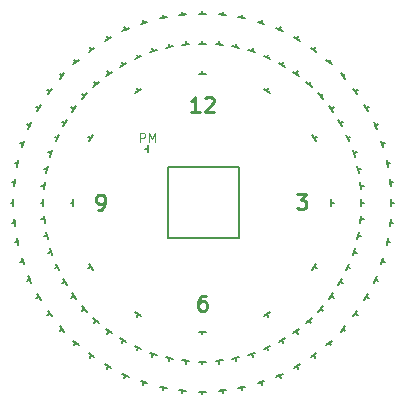
<source format=gto>
G04 #@! TF.FileFunction,Legend,Top*
%FSLAX46Y46*%
G04 Gerber Fmt 4.6, Leading zero omitted, Abs format (unit mm)*
G04 Created by KiCad (PCBNEW 4.0.6) date 02/04/18 20:59:17*
%MOMM*%
%LPD*%
G01*
G04 APERTURE LIST*
%ADD10C,0.100000*%
%ADD11C,0.254000*%
%ADD12C,0.150000*%
G04 APERTURE END LIST*
D10*
X93275000Y-106309286D02*
X93275000Y-105559286D01*
X93560715Y-105559286D01*
X93632143Y-105595000D01*
X93667858Y-105630714D01*
X93703572Y-105702143D01*
X93703572Y-105809286D01*
X93667858Y-105880714D01*
X93632143Y-105916429D01*
X93560715Y-105952143D01*
X93275000Y-105952143D01*
X94025000Y-106309286D02*
X94025000Y-105559286D01*
X94275000Y-106095000D01*
X94525000Y-105559286D01*
X94525000Y-106309286D01*
D11*
X89687829Y-112065157D02*
X89930001Y-112065157D01*
X90051086Y-112004614D01*
X90111629Y-111944071D01*
X90232715Y-111762443D01*
X90293258Y-111520271D01*
X90293258Y-111035929D01*
X90232715Y-110914843D01*
X90172172Y-110854300D01*
X90051086Y-110793757D01*
X89808915Y-110793757D01*
X89687829Y-110854300D01*
X89627286Y-110914843D01*
X89566743Y-111035929D01*
X89566743Y-111338643D01*
X89627286Y-111459729D01*
X89687829Y-111520271D01*
X89808915Y-111580814D01*
X90051086Y-111580814D01*
X90172172Y-111520271D01*
X90232715Y-111459729D01*
X90293258Y-111338643D01*
X98812172Y-119323757D02*
X98570001Y-119323757D01*
X98448915Y-119384300D01*
X98388372Y-119444843D01*
X98267286Y-119626471D01*
X98206743Y-119868643D01*
X98206743Y-120352986D01*
X98267286Y-120474071D01*
X98327829Y-120534614D01*
X98448915Y-120595157D01*
X98691086Y-120595157D01*
X98812172Y-120534614D01*
X98872715Y-120474071D01*
X98933258Y-120352986D01*
X98933258Y-120050271D01*
X98872715Y-119929186D01*
X98812172Y-119868643D01*
X98691086Y-119808100D01*
X98448915Y-119808100D01*
X98327829Y-119868643D01*
X98267286Y-119929186D01*
X98206743Y-120050271D01*
X106546201Y-110743757D02*
X107333258Y-110743757D01*
X106909458Y-111228100D01*
X107091086Y-111228100D01*
X107212172Y-111288643D01*
X107272715Y-111349186D01*
X107333258Y-111470271D01*
X107333258Y-111772986D01*
X107272715Y-111894071D01*
X107212172Y-111954614D01*
X107091086Y-112015157D01*
X106727829Y-112015157D01*
X106606743Y-111954614D01*
X106546201Y-111894071D01*
X98307829Y-103785157D02*
X97581314Y-103785157D01*
X97944572Y-103785157D02*
X97944572Y-102513757D01*
X97823486Y-102695386D01*
X97702400Y-102816471D01*
X97581314Y-102877014D01*
X98792171Y-102634843D02*
X98852714Y-102574300D01*
X98973800Y-102513757D01*
X99276514Y-102513757D01*
X99397600Y-102574300D01*
X99458143Y-102634843D01*
X99518686Y-102755929D01*
X99518686Y-102877014D01*
X99458143Y-103058643D01*
X98731629Y-103785157D01*
X99518686Y-103785157D01*
D12*
X103751192Y-101841271D02*
X104270808Y-102141271D01*
X104270808Y-102141271D02*
X104011000Y-101991271D01*
X104011000Y-101991271D02*
X104136000Y-101774765D01*
X98250000Y-100528000D02*
X98850000Y-100528000D01*
X98850000Y-100528000D02*
X98550000Y-100528000D01*
X98550000Y-100528000D02*
X98550000Y-100278000D01*
X92829192Y-102141271D02*
X93348808Y-101841271D01*
X93348808Y-101841271D02*
X93089000Y-101991271D01*
X93089000Y-101991271D02*
X92964000Y-101774765D01*
X88941271Y-106248808D02*
X89241271Y-105729192D01*
X89241271Y-105729192D02*
X89091271Y-105989000D01*
X89091271Y-105989000D02*
X88874765Y-105864000D01*
X87628000Y-111750000D02*
X87628000Y-111150000D01*
X87628000Y-111150000D02*
X87628000Y-111450000D01*
X87628000Y-111450000D02*
X87378000Y-111450000D01*
X89241271Y-117170807D02*
X88941271Y-116651191D01*
X88941271Y-116651191D02*
X89091271Y-116910999D01*
X89091271Y-116910999D02*
X88874765Y-117035999D01*
X93348809Y-121058729D02*
X92829193Y-120758729D01*
X92829193Y-120758729D02*
X93089001Y-120908729D01*
X93089001Y-120908729D02*
X92964001Y-121125235D01*
X98850000Y-122372000D02*
X98250000Y-122372000D01*
X98250000Y-122372000D02*
X98550000Y-122372000D01*
X98550000Y-122372000D02*
X98550000Y-122622000D01*
X104270808Y-120758729D02*
X103751192Y-121058729D01*
X103751192Y-121058729D02*
X104011000Y-120908729D01*
X104011000Y-120908729D02*
X104136000Y-121125235D01*
X108158729Y-116651191D02*
X107858729Y-117170807D01*
X107858729Y-117170807D02*
X108008729Y-116910999D01*
X108008729Y-116910999D02*
X108225235Y-117035999D01*
X109472000Y-111150000D02*
X109472000Y-111750000D01*
X109472000Y-111750000D02*
X109472000Y-111450000D01*
X109472000Y-111450000D02*
X109722000Y-111450000D01*
X111906894Y-109744481D02*
X111969612Y-110341195D01*
X111969612Y-110341195D02*
X111938253Y-110042838D01*
X111938253Y-110042838D02*
X112186883Y-110016706D01*
X111655449Y-108357649D02*
X111780197Y-108944537D01*
X111780197Y-108944537D02*
X111717823Y-108651093D01*
X111717823Y-108651093D02*
X111962360Y-108599115D01*
X111260417Y-107004697D02*
X111445827Y-107575331D01*
X111445827Y-107575331D02*
X111353122Y-107290014D01*
X111353122Y-107290014D02*
X111590886Y-107212760D01*
X110726127Y-105700448D02*
X110970169Y-106248576D01*
X110970169Y-106248576D02*
X110848148Y-105974512D01*
X110848148Y-105974512D02*
X111076534Y-105872828D01*
X110058433Y-104459192D02*
X110358433Y-104978808D01*
X110358433Y-104978808D02*
X110208433Y-104719000D01*
X110208433Y-104719000D02*
X110424939Y-104594000D01*
X109264650Y-103294530D02*
X109617322Y-103779940D01*
X109617322Y-103779940D02*
X109440986Y-103537235D01*
X109440986Y-103537235D02*
X109643240Y-103390289D01*
X108353476Y-102219221D02*
X108754954Y-102665107D01*
X108754954Y-102665107D02*
X108554215Y-102442164D01*
X108554215Y-102442164D02*
X108740001Y-102274881D01*
X107334893Y-101245046D02*
X107780779Y-101646524D01*
X107780779Y-101646524D02*
X107557836Y-101445785D01*
X107557836Y-101445785D02*
X107725119Y-101259999D01*
X106220060Y-100382678D02*
X106705470Y-100735350D01*
X106705470Y-100735350D02*
X106462765Y-100559014D01*
X106462765Y-100559014D02*
X106609711Y-100356760D01*
X105021192Y-99641567D02*
X105540808Y-99941567D01*
X105540808Y-99941567D02*
X105281000Y-99791567D01*
X105281000Y-99791567D02*
X105406000Y-99575061D01*
X103751424Y-99029831D02*
X104299552Y-99273873D01*
X104299552Y-99273873D02*
X104025488Y-99151852D01*
X104025488Y-99151852D02*
X104127172Y-98923466D01*
X102424669Y-98554173D02*
X102995303Y-98739583D01*
X102995303Y-98739583D02*
X102709986Y-98646878D01*
X102709986Y-98646878D02*
X102787240Y-98409114D01*
X114432980Y-109478979D02*
X114495698Y-110075693D01*
X114495698Y-110075693D02*
X114464339Y-109777336D01*
X114464339Y-109777336D02*
X114712969Y-109751204D01*
X114139943Y-107829554D02*
X114264691Y-108416442D01*
X114264691Y-108416442D02*
X114202317Y-108122998D01*
X114202317Y-108122998D02*
X114446854Y-108071020D01*
X113676101Y-106219794D02*
X113861511Y-106790428D01*
X113861511Y-106790428D02*
X113768806Y-106505111D01*
X113768806Y-106505111D02*
X114006570Y-106427857D01*
X113046533Y-104667337D02*
X113290575Y-105215465D01*
X113290575Y-105215465D02*
X113168554Y-104941401D01*
X113168554Y-104941401D02*
X113396940Y-104839717D01*
X112258138Y-103189192D02*
X112558138Y-103708808D01*
X112558138Y-103708808D02*
X112408138Y-103449000D01*
X112408138Y-103449000D02*
X112624644Y-103324000D01*
X111319553Y-101801556D02*
X111672225Y-102286966D01*
X111672225Y-102286966D02*
X111495889Y-102044261D01*
X111495889Y-102044261D02*
X111698143Y-101897315D01*
X110241064Y-100519630D02*
X110642542Y-100965516D01*
X110642542Y-100965516D02*
X110441803Y-100742573D01*
X110441803Y-100742573D02*
X110627589Y-100575290D01*
X109034484Y-99357458D02*
X109480370Y-99758936D01*
X109480370Y-99758936D02*
X109257427Y-99558197D01*
X109257427Y-99558197D02*
X109424710Y-99372411D01*
X107713034Y-98327775D02*
X108198444Y-98680447D01*
X108198444Y-98680447D02*
X107955739Y-98504111D01*
X107955739Y-98504111D02*
X108102685Y-98301857D01*
X106291192Y-97441862D02*
X106810808Y-97741862D01*
X106810808Y-97741862D02*
X106551000Y-97591862D01*
X106551000Y-97591862D02*
X106676000Y-97375356D01*
X104784535Y-96709425D02*
X105332663Y-96953467D01*
X105332663Y-96953467D02*
X105058599Y-96831446D01*
X105058599Y-96831446D02*
X105160283Y-96603060D01*
X103209572Y-96138489D02*
X103780206Y-96323899D01*
X103780206Y-96323899D02*
X103494889Y-96231194D01*
X103494889Y-96231194D02*
X103572143Y-95993430D01*
X101055463Y-98219803D02*
X101642351Y-98344551D01*
X101642351Y-98344551D02*
X101348907Y-98282177D01*
X101348907Y-98282177D02*
X101400885Y-98037640D01*
X99658805Y-98030388D02*
X100255519Y-98093106D01*
X100255519Y-98093106D02*
X99957162Y-98061747D01*
X99957162Y-98061747D02*
X99983294Y-97813117D01*
X98250000Y-97988000D02*
X98850000Y-97988000D01*
X98850000Y-97988000D02*
X98550000Y-97988000D01*
X98550000Y-97988000D02*
X98550000Y-97738000D01*
X96844481Y-98093106D02*
X97441195Y-98030388D01*
X97441195Y-98030388D02*
X97142838Y-98061747D01*
X97142838Y-98061747D02*
X97116706Y-97813117D01*
X95457649Y-98344551D02*
X96044537Y-98219803D01*
X96044537Y-98219803D02*
X95751093Y-98282177D01*
X95751093Y-98282177D02*
X95699115Y-98037640D01*
X94104697Y-98739583D02*
X94675331Y-98554173D01*
X94675331Y-98554173D02*
X94390014Y-98646878D01*
X94390014Y-98646878D02*
X94312760Y-98409114D01*
X92800448Y-99273873D02*
X93348576Y-99029831D01*
X93348576Y-99029831D02*
X93074512Y-99151852D01*
X93074512Y-99151852D02*
X92972828Y-98923466D01*
X91559192Y-99941567D02*
X92078808Y-99641567D01*
X92078808Y-99641567D02*
X91819000Y-99791567D01*
X91819000Y-99791567D02*
X91694000Y-99575061D01*
X90394530Y-100735350D02*
X90879940Y-100382678D01*
X90879940Y-100382678D02*
X90637235Y-100559014D01*
X90637235Y-100559014D02*
X90490289Y-100356760D01*
X89319221Y-101646524D02*
X89765107Y-101245046D01*
X89765107Y-101245046D02*
X89542164Y-101445785D01*
X89542164Y-101445785D02*
X89374881Y-101259999D01*
X88345046Y-102665107D02*
X88746524Y-102219221D01*
X88746524Y-102219221D02*
X88545785Y-102442164D01*
X88545785Y-102442164D02*
X88359999Y-102274881D01*
X87482678Y-103779940D02*
X87835350Y-103294530D01*
X87835350Y-103294530D02*
X87659014Y-103537235D01*
X87659014Y-103537235D02*
X87456760Y-103390289D01*
X101583558Y-95735309D02*
X102170446Y-95860057D01*
X102170446Y-95860057D02*
X101877002Y-95797683D01*
X101877002Y-95797683D02*
X101928980Y-95553146D01*
X99924307Y-95504302D02*
X100521021Y-95567020D01*
X100521021Y-95567020D02*
X100222664Y-95535661D01*
X100222664Y-95535661D02*
X100248796Y-95287031D01*
X98250000Y-95448000D02*
X98850000Y-95448000D01*
X98850000Y-95448000D02*
X98550000Y-95448000D01*
X98550000Y-95448000D02*
X98550000Y-95198000D01*
X96578979Y-95567020D02*
X97175693Y-95504302D01*
X97175693Y-95504302D02*
X96877336Y-95535661D01*
X96877336Y-95535661D02*
X96851204Y-95287031D01*
X94929554Y-95860057D02*
X95516442Y-95735309D01*
X95516442Y-95735309D02*
X95222998Y-95797683D01*
X95222998Y-95797683D02*
X95171020Y-95553146D01*
X90289192Y-97741862D02*
X90808808Y-97441862D01*
X90808808Y-97441862D02*
X90549000Y-97591862D01*
X90549000Y-97591862D02*
X90424000Y-97375356D01*
X87619630Y-99758936D02*
X88065516Y-99357458D01*
X88065516Y-99357458D02*
X87842573Y-99558197D01*
X87842573Y-99558197D02*
X87675290Y-99372411D01*
X86457458Y-100965516D02*
X86858936Y-100519630D01*
X86858936Y-100519630D02*
X86658197Y-100742573D01*
X86658197Y-100742573D02*
X86472411Y-100575290D01*
X85427775Y-102286966D02*
X85780447Y-101801556D01*
X85780447Y-101801556D02*
X85604111Y-102044261D01*
X85604111Y-102044261D02*
X85401857Y-101897315D01*
X86741567Y-104978808D02*
X87041567Y-104459192D01*
X87041567Y-104459192D02*
X86891567Y-104719000D01*
X86891567Y-104719000D02*
X86675061Y-104594000D01*
X86129831Y-106248576D02*
X86373873Y-105700448D01*
X86373873Y-105700448D02*
X86251852Y-105974512D01*
X86251852Y-105974512D02*
X86023466Y-105872828D01*
X85654173Y-107575331D02*
X85839583Y-107004697D01*
X85839583Y-107004697D02*
X85746878Y-107290014D01*
X85746878Y-107290014D02*
X85509114Y-107212760D01*
X85319803Y-108944537D02*
X85444551Y-108357649D01*
X85444551Y-108357649D02*
X85382177Y-108651093D01*
X85382177Y-108651093D02*
X85137640Y-108599115D01*
X85130388Y-110341195D02*
X85193106Y-109744481D01*
X85193106Y-109744481D02*
X85161747Y-110042838D01*
X85161747Y-110042838D02*
X84913117Y-110016706D01*
X85088000Y-111750000D02*
X85088000Y-111150000D01*
X85088000Y-111150000D02*
X85088000Y-111450000D01*
X85088000Y-111450000D02*
X84838000Y-111450000D01*
X85193106Y-113155519D02*
X85130388Y-112558805D01*
X85130388Y-112558805D02*
X85161747Y-112857162D01*
X85161747Y-112857162D02*
X84913117Y-112883294D01*
X85444551Y-114542351D02*
X85319803Y-113955463D01*
X85319803Y-113955463D02*
X85382177Y-114248907D01*
X85382177Y-114248907D02*
X85137640Y-114300885D01*
X85839583Y-115895303D02*
X85654173Y-115324669D01*
X85654173Y-115324669D02*
X85746878Y-115609986D01*
X85746878Y-115609986D02*
X85509114Y-115687240D01*
X86373873Y-117199552D02*
X86129831Y-116651424D01*
X86129831Y-116651424D02*
X86251852Y-116925488D01*
X86251852Y-116925488D02*
X86023466Y-117027172D01*
X87041567Y-118440807D02*
X86741567Y-117921191D01*
X86741567Y-117921191D02*
X86891567Y-118180999D01*
X86891567Y-118180999D02*
X86675061Y-118305999D01*
X87835350Y-119605470D02*
X87482678Y-119120060D01*
X87482678Y-119120060D02*
X87659014Y-119362765D01*
X87659014Y-119362765D02*
X87456760Y-119509711D01*
X83809425Y-105215465D02*
X84053467Y-104667337D01*
X84053467Y-104667337D02*
X83931446Y-104941401D01*
X83931446Y-104941401D02*
X83703060Y-104839717D01*
X83238489Y-106790428D02*
X83423899Y-106219794D01*
X83423899Y-106219794D02*
X83331194Y-106505111D01*
X83331194Y-106505111D02*
X83093430Y-106427857D01*
X82604302Y-110075693D02*
X82667020Y-109478979D01*
X82667020Y-109478979D02*
X82635661Y-109777336D01*
X82635661Y-109777336D02*
X82387031Y-109751204D01*
X82548000Y-111750000D02*
X82548000Y-111150000D01*
X82548000Y-111150000D02*
X82548000Y-111450000D01*
X82548000Y-111450000D02*
X82298000Y-111450000D01*
X82667020Y-113421021D02*
X82604302Y-112824307D01*
X82604302Y-112824307D02*
X82635661Y-113122664D01*
X82635661Y-113122664D02*
X82387031Y-113148796D01*
X82960057Y-115070446D02*
X82835309Y-114483558D01*
X82835309Y-114483558D02*
X82897683Y-114777002D01*
X82897683Y-114777002D02*
X82653146Y-114828980D01*
X83423899Y-116680206D02*
X83238489Y-116109572D01*
X83238489Y-116109572D02*
X83331194Y-116394889D01*
X83331194Y-116394889D02*
X83093430Y-116472143D01*
X84053467Y-118232663D02*
X83809425Y-117684535D01*
X83809425Y-117684535D02*
X83931446Y-117958599D01*
X83931446Y-117958599D02*
X83703060Y-118060283D01*
X84841862Y-119710807D02*
X84541862Y-119191191D01*
X84541862Y-119191191D02*
X84691862Y-119450999D01*
X84691862Y-119450999D02*
X84475356Y-119575999D01*
X85780447Y-121098444D02*
X85427775Y-120613034D01*
X85427775Y-120613034D02*
X85604111Y-120855739D01*
X85604111Y-120855739D02*
X85401857Y-121002685D01*
X88746524Y-120680779D02*
X88345046Y-120234893D01*
X88345046Y-120234893D02*
X88545785Y-120457836D01*
X88545785Y-120457836D02*
X88359999Y-120625119D01*
X89765107Y-121654954D02*
X89319221Y-121253476D01*
X89319221Y-121253476D02*
X89542164Y-121454215D01*
X89542164Y-121454215D02*
X89374881Y-121640001D01*
X90879940Y-122517322D02*
X90394530Y-122164650D01*
X90394530Y-122164650D02*
X90637235Y-122340986D01*
X90637235Y-122340986D02*
X90490289Y-122543240D01*
X92078809Y-123258433D02*
X91559193Y-122958433D01*
X91559193Y-122958433D02*
X91819001Y-123108433D01*
X91819001Y-123108433D02*
X91694001Y-123324939D01*
X93348576Y-123870169D02*
X92800448Y-123626127D01*
X92800448Y-123626127D02*
X93074512Y-123748148D01*
X93074512Y-123748148D02*
X92972828Y-123976534D01*
X94675331Y-124345827D02*
X94104697Y-124160417D01*
X94104697Y-124160417D02*
X94390014Y-124253122D01*
X94390014Y-124253122D02*
X94312760Y-124490886D01*
X96044537Y-124680197D02*
X95457649Y-124555449D01*
X95457649Y-124555449D02*
X95751093Y-124617823D01*
X95751093Y-124617823D02*
X95699115Y-124862360D01*
X97441195Y-124869612D02*
X96844481Y-124806894D01*
X96844481Y-124806894D02*
X97142838Y-124838253D01*
X97142838Y-124838253D02*
X97116706Y-125086883D01*
X98850000Y-124912000D02*
X98250000Y-124912000D01*
X98250000Y-124912000D02*
X98550000Y-124912000D01*
X98550000Y-124912000D02*
X98550000Y-125162000D01*
X100255519Y-124806894D02*
X99658805Y-124869612D01*
X99658805Y-124869612D02*
X99957162Y-124838253D01*
X99957162Y-124838253D02*
X99983294Y-125086883D01*
X101642351Y-124555449D02*
X101055463Y-124680197D01*
X101055463Y-124680197D02*
X101348907Y-124617823D01*
X101348907Y-124617823D02*
X101400885Y-124862360D01*
X102995303Y-124160417D02*
X102424669Y-124345827D01*
X102424669Y-124345827D02*
X102709986Y-124253122D01*
X102709986Y-124253122D02*
X102787240Y-124490886D01*
X86858936Y-122380370D02*
X86457458Y-121934484D01*
X86457458Y-121934484D02*
X86658197Y-122157427D01*
X86658197Y-122157427D02*
X86472411Y-122324710D01*
X88065516Y-123542542D02*
X87619630Y-123141064D01*
X87619630Y-123141064D02*
X87842573Y-123341803D01*
X87842573Y-123341803D02*
X87675290Y-123527589D01*
X89386966Y-124572225D02*
X88901556Y-124219553D01*
X88901556Y-124219553D02*
X89144261Y-124395889D01*
X89144261Y-124395889D02*
X88997315Y-124598143D01*
X90808809Y-125458138D02*
X90289193Y-125158138D01*
X90289193Y-125158138D02*
X90549001Y-125308138D01*
X90549001Y-125308138D02*
X90424001Y-125524644D01*
X92315465Y-126190575D02*
X91767337Y-125946533D01*
X91767337Y-125946533D02*
X92041401Y-126068554D01*
X92041401Y-126068554D02*
X91939717Y-126296940D01*
X95516442Y-127164691D02*
X94929554Y-127039943D01*
X94929554Y-127039943D02*
X95222998Y-127102317D01*
X95222998Y-127102317D02*
X95171020Y-127346854D01*
X97175693Y-127395698D02*
X96578979Y-127332980D01*
X96578979Y-127332980D02*
X96877336Y-127364339D01*
X96877336Y-127364339D02*
X96851204Y-127612969D01*
X98850000Y-127452000D02*
X98250000Y-127452000D01*
X98250000Y-127452000D02*
X98550000Y-127452000D01*
X98550000Y-127452000D02*
X98550000Y-127702000D01*
X100521021Y-127332980D02*
X99924307Y-127395698D01*
X99924307Y-127395698D02*
X100222664Y-127364339D01*
X100222664Y-127364339D02*
X100248796Y-127612969D01*
X102170446Y-127039943D02*
X101583558Y-127164691D01*
X101583558Y-127164691D02*
X101877002Y-127102317D01*
X101877002Y-127102317D02*
X101928980Y-127346854D01*
X103780206Y-126576101D02*
X103209572Y-126761511D01*
X103209572Y-126761511D02*
X103494889Y-126668806D01*
X103494889Y-126668806D02*
X103572143Y-126906570D01*
X105540808Y-122958433D02*
X105021192Y-123258433D01*
X105021192Y-123258433D02*
X105281000Y-123108433D01*
X105281000Y-123108433D02*
X105406000Y-123324939D01*
X106705470Y-122164650D02*
X106220060Y-122517322D01*
X106220060Y-122517322D02*
X106462765Y-122340986D01*
X106462765Y-122340986D02*
X106609711Y-122543240D01*
X108754954Y-120234893D02*
X108353476Y-120680779D01*
X108353476Y-120680779D02*
X108554215Y-120457836D01*
X108554215Y-120457836D02*
X108740001Y-120625119D01*
X110358433Y-117921191D02*
X110058433Y-118440807D01*
X110058433Y-118440807D02*
X110208433Y-118180999D01*
X110208433Y-118180999D02*
X110424939Y-118305999D01*
X110970169Y-116651424D02*
X110726127Y-117199552D01*
X110726127Y-117199552D02*
X110848148Y-116925488D01*
X110848148Y-116925488D02*
X111076534Y-117027172D01*
X111445827Y-115324669D02*
X111260417Y-115895303D01*
X111260417Y-115895303D02*
X111353122Y-115609986D01*
X111353122Y-115609986D02*
X111590886Y-115687240D01*
X111780197Y-113955463D02*
X111655449Y-114542351D01*
X111655449Y-114542351D02*
X111717823Y-114248907D01*
X111717823Y-114248907D02*
X111962360Y-114300885D01*
X111969612Y-112558805D02*
X111906894Y-113155519D01*
X111906894Y-113155519D02*
X111938253Y-112857162D01*
X111938253Y-112857162D02*
X112186883Y-112883294D01*
X112012000Y-111150000D02*
X112012000Y-111750000D01*
X112012000Y-111750000D02*
X112012000Y-111450000D01*
X112012000Y-111450000D02*
X112262000Y-111450000D01*
X105332663Y-125946533D02*
X104784535Y-126190575D01*
X104784535Y-126190575D02*
X105058599Y-126068554D01*
X105058599Y-126068554D02*
X105160283Y-126296940D01*
X106810808Y-125158138D02*
X106291192Y-125458138D01*
X106291192Y-125458138D02*
X106551000Y-125308138D01*
X106551000Y-125308138D02*
X106676000Y-125524644D01*
X108198444Y-124219553D02*
X107713034Y-124572225D01*
X107713034Y-124572225D02*
X107955739Y-124395889D01*
X107955739Y-124395889D02*
X108102685Y-124598143D01*
X109480370Y-123141064D02*
X109034484Y-123542542D01*
X109034484Y-123542542D02*
X109257427Y-123341803D01*
X109257427Y-123341803D02*
X109424710Y-123527589D01*
X110642542Y-121934484D02*
X110241064Y-122380370D01*
X110241064Y-122380370D02*
X110441803Y-122157427D01*
X110441803Y-122157427D02*
X110627589Y-122324710D01*
X111672225Y-120613034D02*
X111319553Y-121098444D01*
X111319553Y-121098444D02*
X111495889Y-120855739D01*
X111495889Y-120855739D02*
X111698143Y-121002685D01*
X112558138Y-119191191D02*
X112258138Y-119710807D01*
X112258138Y-119710807D02*
X112408138Y-119450999D01*
X112408138Y-119450999D02*
X112624644Y-119575999D01*
X113290575Y-117684535D02*
X113046533Y-118232663D01*
X113046533Y-118232663D02*
X113168554Y-117958599D01*
X113168554Y-117958599D02*
X113396940Y-118060283D01*
X113861511Y-116109572D02*
X113676101Y-116680206D01*
X113676101Y-116680206D02*
X113768806Y-116394889D01*
X113768806Y-116394889D02*
X114006570Y-116472143D01*
X114264691Y-114483558D02*
X114139943Y-115070446D01*
X114139943Y-115070446D02*
X114202317Y-114777002D01*
X114202317Y-114777002D02*
X114446854Y-114828980D01*
X114495698Y-112824307D02*
X114432980Y-113421021D01*
X114432980Y-113421021D02*
X114464339Y-113122664D01*
X114464339Y-113122664D02*
X114712969Y-113148796D01*
X114552000Y-111150000D02*
X114552000Y-111750000D01*
X114552000Y-111750000D02*
X114552000Y-111450000D01*
X114552000Y-111450000D02*
X114802000Y-111450000D01*
X101670000Y-108470000D02*
X101670000Y-114470000D01*
X101670000Y-114470000D02*
X95670000Y-114470000D01*
X95670000Y-114470000D02*
X95670000Y-108470000D01*
X95670000Y-108470000D02*
X101670000Y-108470000D01*
X107858729Y-105729192D02*
X108158729Y-106248808D01*
X108158729Y-106248808D02*
X108008729Y-105989000D01*
X108008729Y-105989000D02*
X108225235Y-105864000D01*
X84541862Y-103708808D02*
X84841862Y-103189192D01*
X84841862Y-103189192D02*
X84691862Y-103449000D01*
X84691862Y-103449000D02*
X84475356Y-103324000D01*
X93890428Y-126761511D02*
X93319794Y-126576101D01*
X93319794Y-126576101D02*
X93605111Y-126668806D01*
X93605111Y-126668806D02*
X93527857Y-126906570D01*
X107780779Y-121253476D02*
X107334893Y-121654954D01*
X107334893Y-121654954D02*
X107557836Y-121454215D01*
X107557836Y-121454215D02*
X107725119Y-121640001D01*
X109617322Y-119120060D02*
X109264650Y-119605470D01*
X109264650Y-119605470D02*
X109440986Y-119362765D01*
X109440986Y-119362765D02*
X109643240Y-119509711D01*
X82835309Y-108416442D02*
X82960057Y-107829554D01*
X82960057Y-107829554D02*
X82897683Y-108122998D01*
X82897683Y-108122998D02*
X82653146Y-108071020D01*
X88901556Y-98680447D02*
X89386966Y-98327775D01*
X89386966Y-98327775D02*
X89144261Y-98504111D01*
X89144261Y-98504111D02*
X88997315Y-98301857D01*
X93319794Y-96323899D02*
X93890428Y-96138489D01*
X93890428Y-96138489D02*
X93605111Y-96231194D01*
X93605111Y-96231194D02*
X93527857Y-95993430D01*
X91767337Y-96953467D02*
X92315465Y-96709425D01*
X92315465Y-96709425D02*
X92041401Y-96831446D01*
X92041401Y-96831446D02*
X91939717Y-96603060D01*
X104299552Y-123626127D02*
X103751424Y-123870169D01*
X103751424Y-123870169D02*
X104025488Y-123748148D01*
X104025488Y-123748148D02*
X104127172Y-123976534D01*
X93954600Y-107183200D02*
X93954600Y-106583200D01*
X93954600Y-106583200D02*
X93954600Y-106883200D01*
X93954600Y-106883200D02*
X93704600Y-106883200D01*
M02*

</source>
